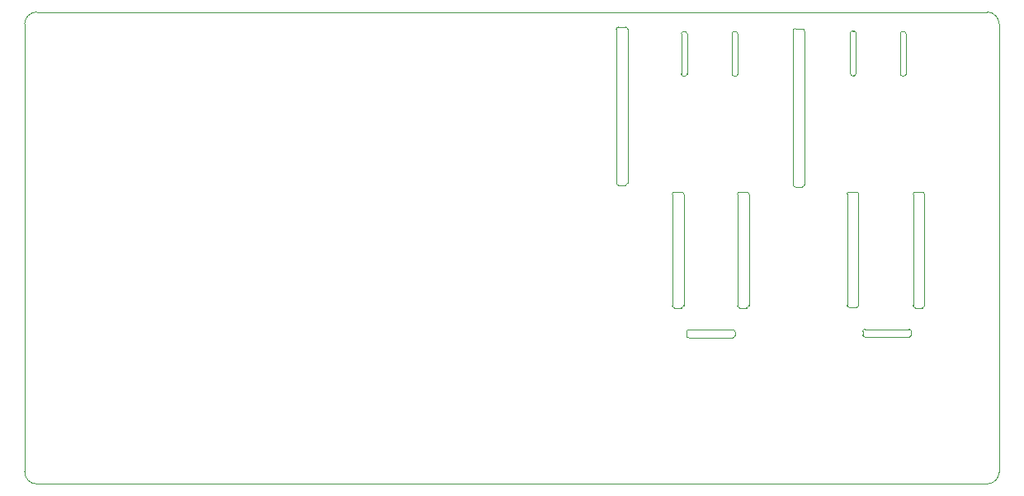
<source format=gbr>
G04 #@! TF.GenerationSoftware,KiCad,Pcbnew,5.1.9-73d0e3b20d~88~ubuntu18.04.1*
G04 #@! TF.CreationDate,2021-03-27T22:42:29+02:00*
G04 #@! TF.ProjectId,Electra,456c6563-7472-4612-9e6b-696361645f70,1*
G04 #@! TF.SameCoordinates,Original*
G04 #@! TF.FileFunction,Profile,NP*
%FSLAX46Y46*%
G04 Gerber Fmt 4.6, Leading zero omitted, Abs format (unit mm)*
G04 Created by KiCad (PCBNEW 5.1.9-73d0e3b20d~88~ubuntu18.04.1) date 2021-03-27 22:42:29*
%MOMM*%
%LPD*%
G01*
G04 APERTURE LIST*
G04 #@! TA.AperFunction,Profile*
%ADD10C,0.050000*%
G04 #@! TD*
G04 APERTURE END LIST*
D10*
X177290000Y-72225000D02*
G75*
G02*
X177515000Y-72450000I0J-225000D01*
G01*
X176565000Y-72225000D02*
X177290000Y-72225000D01*
X177515000Y-72450000D02*
X177515000Y-88250000D01*
X177290000Y-88475000D02*
X176565000Y-88475000D01*
X176340000Y-88250000D02*
X176340000Y-72450000D01*
X176340000Y-72450000D02*
G75*
G02*
X176565000Y-72225000I225000J0D01*
G01*
X176565000Y-88475000D02*
G75*
G02*
X176340000Y-88250000I0J225000D01*
G01*
X177515000Y-88250000D02*
G75*
G02*
X177290000Y-88475000I-225000J0D01*
G01*
X170165000Y-103980000D02*
X165645000Y-103980000D01*
X165645000Y-103980000D02*
G75*
G02*
X165420000Y-103755000I0J225000D01*
G01*
X165420000Y-103380000D02*
G75*
G02*
X165645000Y-103155000I225000J0D01*
G01*
X165420000Y-103755000D02*
X165420000Y-103380000D01*
X170390000Y-103755000D02*
G75*
G02*
X170165000Y-103980000I-225000J0D01*
G01*
X170390000Y-103380000D02*
X170390000Y-103755000D01*
X170165000Y-103155000D02*
G75*
G02*
X170390000Y-103380000I0J-225000D01*
G01*
X165645000Y-103155000D02*
X170165000Y-103155000D01*
X189610000Y-100895000D02*
X188885000Y-100895000D01*
X188885000Y-89005000D02*
X189610000Y-89005000D01*
X189835000Y-89230000D02*
X189835000Y-100670000D01*
X188660000Y-100670000D02*
X188660000Y-89230000D01*
X188660000Y-89230000D02*
G75*
G02*
X188885000Y-89005000I225000J0D01*
G01*
X188885000Y-100895000D02*
G75*
G02*
X188660000Y-100670000I0J225000D01*
G01*
X189610000Y-89005000D02*
G75*
G02*
X189835000Y-89230000I0J-225000D01*
G01*
X189835000Y-100670000D02*
G75*
G02*
X189610000Y-100895000I-225000J0D01*
G01*
X182840000Y-100865000D02*
X182115000Y-100865000D01*
X182115000Y-88975000D02*
X182840000Y-88975000D01*
X183065000Y-89200000D02*
X183065000Y-100640000D01*
X181890000Y-100640000D02*
X181890000Y-89200000D01*
X181890000Y-89200000D02*
G75*
G02*
X182115000Y-88975000I225000J0D01*
G01*
X182115000Y-100865000D02*
G75*
G02*
X181890000Y-100640000I0J225000D01*
G01*
X182840000Y-88975000D02*
G75*
G02*
X183065000Y-89200000I0J-225000D01*
G01*
X183065000Y-100640000D02*
G75*
G02*
X182840000Y-100865000I-225000J0D01*
G01*
X171590000Y-100895000D02*
X170865000Y-100895000D01*
X170865000Y-89005000D02*
X171590000Y-89005000D01*
X171815000Y-89230000D02*
X171815000Y-100670000D01*
X170640000Y-100670000D02*
X170640000Y-89230000D01*
X170640000Y-89230000D02*
G75*
G02*
X170865000Y-89005000I225000J0D01*
G01*
X170865000Y-100895000D02*
G75*
G02*
X170640000Y-100670000I0J225000D01*
G01*
X171590000Y-89005000D02*
G75*
G02*
X171815000Y-89230000I0J-225000D01*
G01*
X171815000Y-100670000D02*
G75*
G02*
X171590000Y-100895000I-225000J0D01*
G01*
X164175000Y-89005000D02*
X164900000Y-89005000D01*
X165125000Y-89230000D02*
X165125000Y-100670000D01*
X164900000Y-100895000D02*
X164175000Y-100895000D01*
X163950000Y-100670000D02*
X163950000Y-89230000D01*
X163950000Y-89230000D02*
G75*
G02*
X164175000Y-89005000I225000J0D01*
G01*
X164900000Y-89005000D02*
G75*
G02*
X165125000Y-89230000I0J-225000D01*
G01*
X164175000Y-100895000D02*
G75*
G02*
X163950000Y-100670000I0J225000D01*
G01*
X165125000Y-100670000D02*
G75*
G02*
X164900000Y-100895000I-225000J0D01*
G01*
X188475000Y-103700000D02*
G75*
G02*
X188250000Y-103925000I-225000J0D01*
G01*
X183730000Y-103925000D02*
G75*
G02*
X183505000Y-103700000I0J225000D01*
G01*
X183505000Y-103325000D02*
G75*
G02*
X183730000Y-103100000I225000J0D01*
G01*
X183730000Y-103100000D02*
X188250000Y-103100000D01*
X183505000Y-103700000D02*
X183505000Y-103325000D01*
X188250000Y-103100000D02*
G75*
G02*
X188475000Y-103325000I0J-225000D01*
G01*
X188250000Y-103925000D02*
X183730000Y-103925000D01*
X188475000Y-103325000D02*
X188475000Y-103700000D01*
X187705000Y-72500000D02*
G75*
G02*
X187930000Y-72725000I0J-225000D01*
G01*
X187340000Y-72730000D02*
G75*
G02*
X187565000Y-72505000I225000J0D01*
G01*
X187565000Y-77085000D02*
G75*
G02*
X187340000Y-76860000I0J225000D01*
G01*
X187700000Y-77085000D02*
X187565000Y-77085000D01*
X187340000Y-76860000D02*
X187340000Y-72730000D01*
X187930000Y-76860000D02*
G75*
G02*
X187705000Y-77085000I-225000J0D01*
G01*
X187565000Y-72505000D02*
X187705000Y-72500000D01*
X187930000Y-72725000D02*
X187930000Y-76860000D01*
X182585000Y-72450000D02*
G75*
G02*
X182810000Y-72675000I0J-225000D01*
G01*
X182220000Y-72680000D02*
G75*
G02*
X182445000Y-72455000I225000J0D01*
G01*
X182445000Y-77035000D02*
G75*
G02*
X182220000Y-76810000I0J225000D01*
G01*
X182580000Y-77035000D02*
X182445000Y-77035000D01*
X182220000Y-76810000D02*
X182220000Y-72680000D01*
X182810000Y-76810000D02*
G75*
G02*
X182585000Y-77035000I-225000J0D01*
G01*
X182445000Y-72455000D02*
X182585000Y-72450000D01*
X182810000Y-72675000D02*
X182810000Y-76810000D01*
X170455000Y-72510000D02*
G75*
G02*
X170680000Y-72735000I0J-225000D01*
G01*
X170090000Y-72740000D02*
G75*
G02*
X170315000Y-72515000I225000J0D01*
G01*
X170315000Y-77095000D02*
G75*
G02*
X170090000Y-76870000I0J225000D01*
G01*
X170450000Y-77095000D02*
X170315000Y-77095000D01*
X170090000Y-76870000D02*
X170090000Y-72740000D01*
X170680000Y-76870000D02*
G75*
G02*
X170455000Y-77095000I-225000J0D01*
G01*
X170315000Y-72515000D02*
X170455000Y-72510000D01*
X170680000Y-72735000D02*
X170680000Y-76870000D01*
X165235000Y-72510000D02*
G75*
G02*
X165460000Y-72735000I0J-225000D01*
G01*
X164870000Y-72740000D02*
G75*
G02*
X165095000Y-72515000I225000J0D01*
G01*
X165230000Y-77095000D02*
X165095000Y-77095000D01*
X165460000Y-76870000D02*
G75*
G02*
X165235000Y-77095000I-225000J0D01*
G01*
X165095000Y-72515000D02*
X165235000Y-72510000D01*
X165095000Y-77095000D02*
G75*
G02*
X164870000Y-76870000I0J225000D01*
G01*
X165460000Y-72735000D02*
X165460000Y-76870000D01*
X164870000Y-76870000D02*
X164870000Y-72740000D01*
X159375000Y-88060000D02*
G75*
G02*
X159150000Y-88285000I-225000J0D01*
G01*
X158425000Y-88285000D02*
G75*
G02*
X158200000Y-88060000I0J225000D01*
G01*
X159150000Y-72035000D02*
G75*
G02*
X159375000Y-72260000I0J-225000D01*
G01*
X158200000Y-72260000D02*
G75*
G02*
X158425000Y-72035000I225000J0D01*
G01*
X158200000Y-88060000D02*
X158200000Y-72260000D01*
X159150000Y-88285000D02*
X158425000Y-88285000D01*
X159375000Y-72260000D02*
X159375000Y-88060000D01*
X158425000Y-72035000D02*
X159150000Y-72035000D01*
X196250000Y-70500000D02*
G75*
G02*
X197500000Y-71750000I0J-1250000D01*
G01*
X197500000Y-117750000D02*
G75*
G02*
X196250000Y-119000000I-1250000J0D01*
G01*
X98750000Y-119000000D02*
G75*
G02*
X97500000Y-117750000I0J1250000D01*
G01*
X97500000Y-71750000D02*
G75*
G02*
X98750000Y-70500000I1250000J0D01*
G01*
X196250000Y-70500000D02*
X98750000Y-70500000D01*
X197500000Y-117750000D02*
X197500000Y-71750000D01*
X98750000Y-119000000D02*
X196250000Y-119000000D01*
X97500000Y-71750000D02*
X97500000Y-117750000D01*
M02*

</source>
